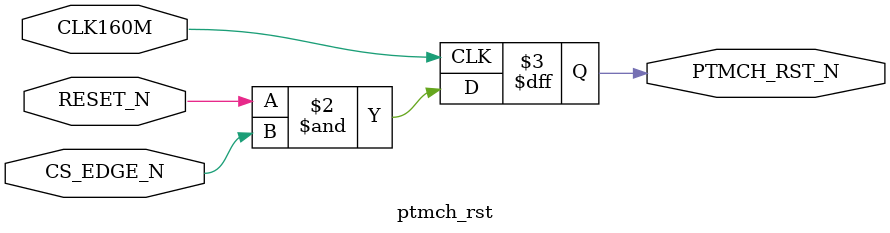
<source format=sv>
module ptmch_rst(
    // Reset/Clock
    input   logic         RESET_N,
    input   logic         CLK160M,
    input   logic         CS_EDGE_N,
    output  logic         PTMCH_RST_N
);
//=================================================================
//  Internal Signal
//=================================================================
// none
//=================================================================
//  assign
//=================================================================
//    assign PTMCH_RST_N = RESET_N & CS_EDGE_N;
//=================================================================
//  Structural coding
//=================================================================
    always_ff @(posedge CLK160M) begin
        PTMCH_RST_N = RESET_N & CS_EDGE_N;
    end

endmodule

</source>
